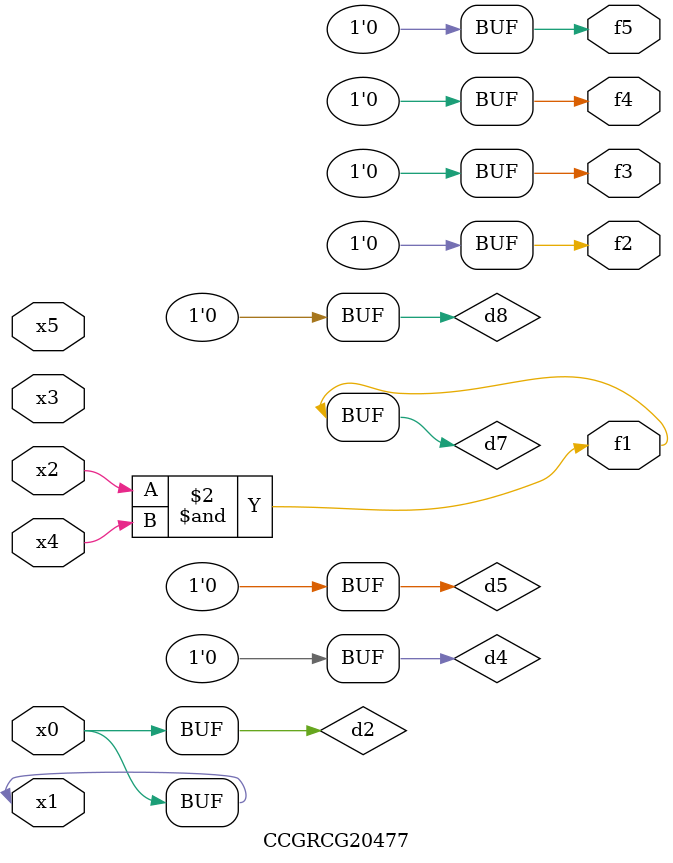
<source format=v>
module CCGRCG20477(
	input x0, x1, x2, x3, x4, x5,
	output f1, f2, f3, f4, f5
);

	wire d1, d2, d3, d4, d5, d6, d7, d8, d9;

	nand (d1, x1);
	buf (d2, x0, x1);
	nand (d3, x2, x4);
	and (d4, d1, d2);
	and (d5, d1, d2);
	nand (d6, d1, d3);
	not (d7, d3);
	xor (d8, d5);
	nor (d9, d5, d6);
	assign f1 = d7;
	assign f2 = d8;
	assign f3 = d8;
	assign f4 = d8;
	assign f5 = d8;
endmodule

</source>
